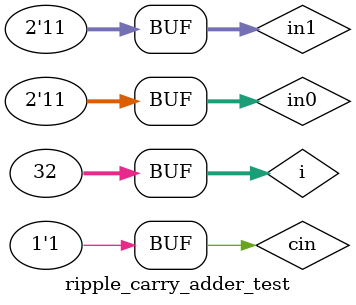
<source format=v>
`timescale 1ns / 1ps


module ripple_carry_adder_test;

	// Inputs
	reg [1:0] in0;
	reg [1:0] in1;
	reg cin;


	// Outputs
	wire [1:0] out;
	wire cout;
	
	integer i;

	// Instantiate the Unit Under Test (UUT)
	ripple_carry_adder uut (
		.cin(cin),
		.in0(in0), 
		.in1(in1), 
		.out(out), 
		.cout(cout)
	);

	initial begin
		// Initialize Inputs
		in0 = 2'b00; in1 = 2'b00; cin = 1'b0;
		i=0;
		
		for (i=0; i < 32; i = i + 1) begin
			{in0, in1, cin} = i; #100;
		end

	end
      
endmodule


</source>
